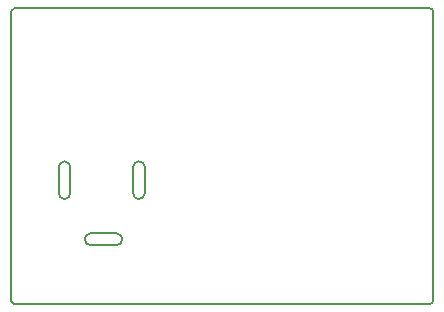
<source format=gko>
G04 DipTrace 3.2.0.1*
G04 DynamixelMUX.gko*
%MOIN*%
G04 #@! TF.FileFunction,Profile*
G04 #@! TF.Part,Single*
%ADD11C,0.005512*%
%FSLAX26Y26*%
G04*
G70*
G90*
G75*
G01*
G04 BoardOutline*
%LPD*%
X403544Y393701D2*
D11*
X1789370D1*
G03X1799213Y403544I-1J9844D01*
G01*
Y1368110D1*
G03X1789370Y1377953I-9844J-1D01*
G01*
X403544D1*
G03X393701Y1368110I1J-9844D01*
G01*
Y403544D1*
G03X403544Y393701I9844J1D01*
G01*
X818756Y868512D2*
G02X838433Y848823I-23J-19700D01*
G01*
Y762209D1*
G02X818756Y742480I-19840J110D01*
G01*
G02X799079Y762209I62J19739D01*
G01*
Y848823D1*
G02X818756Y868512I19602J87D01*
G01*
X570708D2*
G02X590385Y848823I75J-19602D01*
G01*
Y762209D1*
G02X570708Y742480I-19740J10D01*
G01*
G02X551031Y762209I62J19739D01*
G01*
Y848823D1*
G02X570708Y868512I19602J87D01*
G01*
X763602Y608669D2*
G02X743925Y588980I-19602J-87D01*
G01*
X657345D1*
G02X637610Y608669I-35J19700D01*
G01*
G02X657345Y628358I19769J-81D01*
G01*
X743925D1*
G02X763602Y608669I7J-19670D01*
G01*
M02*

</source>
